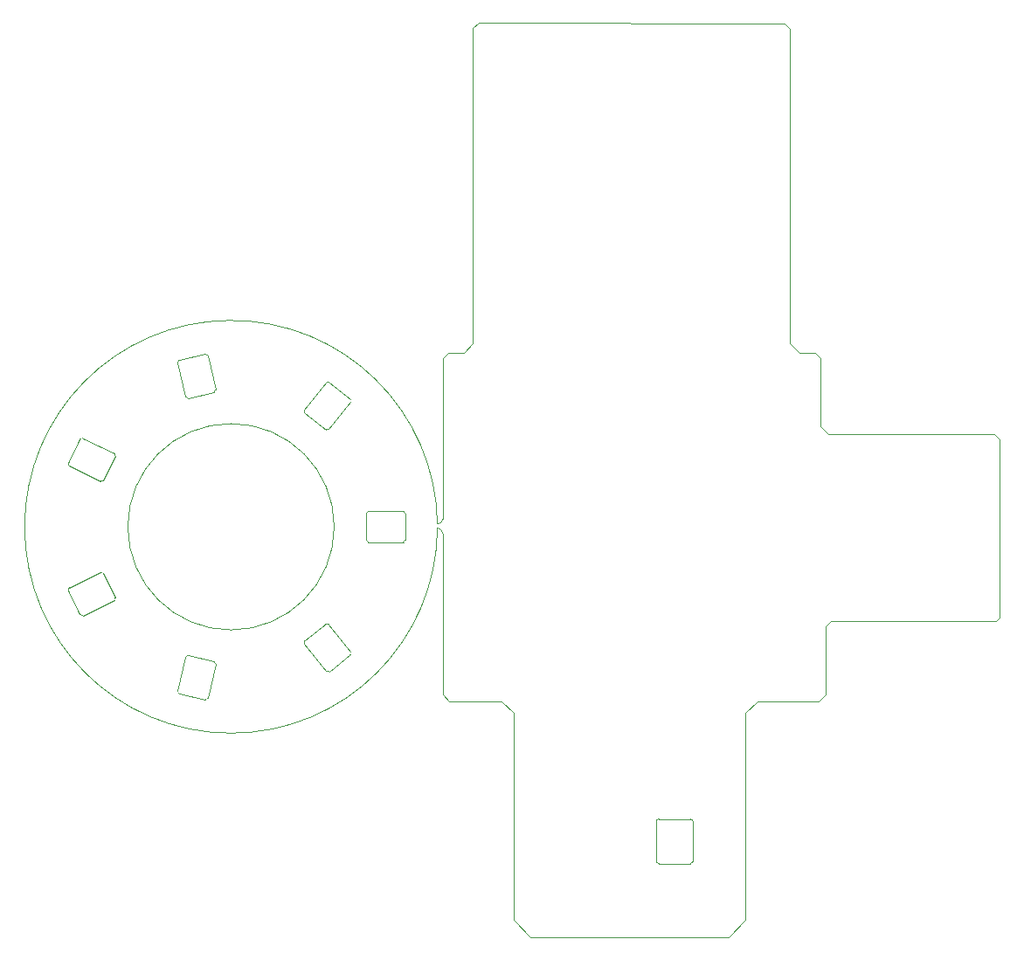
<source format=gbr>
%TF.GenerationSoftware,KiCad,Pcbnew,9.0.1*%
%TF.CreationDate,2025-06-15T22:50:49-06:00*%
%TF.ProjectId,AuraCTRL PCB,41757261-4354-4524-9c20-5043422e6b69,rev?*%
%TF.SameCoordinates,Original*%
%TF.FileFunction,Profile,NP*%
%FSLAX46Y46*%
G04 Gerber Fmt 4.6, Leading zero omitted, Abs format (unit mm)*
G04 Created by KiCad (PCBNEW 9.0.1) date 2025-06-15 22:50:49*
%MOMM*%
%LPD*%
G01*
G04 APERTURE LIST*
%TA.AperFunction,Profile*%
%ADD10C,0.050000*%
%TD*%
%TA.AperFunction,Profile*%
%ADD11C,0.120000*%
%TD*%
G04 APERTURE END LIST*
D10*
X104521000Y-110109000D02*
X105029000Y-110617000D01*
X105791000Y-117983000D02*
X121920000Y-117983000D01*
X101587431Y-78219431D02*
X102108000Y-78740000D01*
X68453000Y-126238635D02*
G75*
G02*
X67945634Y-126746000I-507366J1D01*
G01*
X67946853Y-127127435D02*
G75*
G02*
X68453201Y-127635000I-1219J-507566D01*
G01*
X67946853Y-127127582D02*
G75*
G02*
X67945634Y-126745923I-20001219J126970D01*
G01*
X57945634Y-127000574D02*
G75*
G02*
X37945634Y-127000574I-10000000J0D01*
G01*
X37945634Y-127000574D02*
G75*
G02*
X57945634Y-127000574I10000000J0D01*
G01*
X68453000Y-143256000D02*
X68453000Y-127635000D01*
X89408000Y-159639000D02*
G75*
G02*
X89154000Y-159385000I0J254000D01*
G01*
X71374000Y-78613000D02*
X71374000Y-109220000D01*
X89154000Y-155575000D02*
G75*
G02*
X89408000Y-155321000I254000J0D01*
G01*
X97790000Y-165100000D02*
X96139000Y-166751000D01*
X106045000Y-136144000D02*
X105537000Y-136652000D01*
X89408000Y-155321000D02*
X92456000Y-155321000D01*
X70485000Y-110109000D02*
X68961000Y-110109000D01*
X122428000Y-118491000D02*
X122428000Y-135763000D01*
X68961000Y-110109000D02*
X68453000Y-110617000D01*
X101587255Y-78219431D02*
X71987396Y-78166803D01*
X98933000Y-143891000D02*
X97790000Y-145034000D01*
X122047000Y-136144000D02*
X106045000Y-136144000D01*
X105537000Y-143256000D02*
X104902000Y-143891000D01*
X68453000Y-143256000D02*
X69088000Y-143891000D01*
X105537000Y-136652000D02*
X105537000Y-143256000D01*
X97790000Y-145034000D02*
X97790000Y-165100000D01*
X104902000Y-143891000D02*
X98933000Y-143891000D01*
X122428000Y-135763000D02*
X122047000Y-136144000D01*
X102997000Y-110109000D02*
X104521000Y-110109000D01*
X92710000Y-155575000D02*
X92710000Y-159385000D01*
X102108000Y-109220000D02*
X102997000Y-110109000D01*
X71987396Y-78166803D02*
X71374000Y-78613000D01*
X102108000Y-78740000D02*
X102108000Y-109220000D01*
X89154000Y-155575000D02*
X89154000Y-159385000D01*
X75311000Y-165100000D02*
X76962000Y-166751000D01*
X96139000Y-166751000D02*
X76962000Y-166751000D01*
X68453000Y-110617000D02*
X68453000Y-126238600D01*
X89408000Y-159639000D02*
X92456000Y-159639000D01*
X71374000Y-109220000D02*
X70485000Y-110109000D01*
X75311000Y-145034000D02*
X75311000Y-165100000D01*
X74168000Y-143891000D02*
X75311000Y-145034000D01*
X92456000Y-155321000D02*
G75*
G02*
X92710000Y-155575000I0J-254000D01*
G01*
X121920000Y-117983000D02*
X122428000Y-118491000D01*
X92710000Y-159385000D02*
G75*
G02*
X92456000Y-159639000I-254000J0D01*
G01*
X69088000Y-143891000D02*
X74168000Y-143891000D01*
X105029000Y-110617000D02*
X105029000Y-117221000D01*
X105029000Y-117221000D02*
X105791000Y-117983000D01*
D11*
%TO.C,D1*%
X43765697Y-114529328D02*
X46300511Y-113950780D01*
X46450992Y-113711290D02*
X45694429Y-110396534D01*
X42769644Y-111064090D02*
X43526207Y-114378846D01*
X45454939Y-110246052D02*
X42920125Y-110824600D01*
X43765697Y-114529328D02*
G75*
G02*
X43526206Y-114378846I-44504J194987D01*
G01*
X46450992Y-113711290D02*
G75*
G02*
X46300511Y-113950781I-194987J-44504D01*
G01*
X42769644Y-111064090D02*
G75*
G02*
X42920125Y-110824600I194986J44504D01*
G01*
X45454939Y-110246052D02*
G75*
G02*
X45694430Y-110396534I44505J-194986D01*
G01*
X35589046Y-122492906D02*
X36717173Y-120150401D01*
X32258798Y-121111078D02*
X35322075Y-122586319D01*
X36623760Y-119883428D02*
X33560483Y-118408187D01*
X33293512Y-118501600D02*
X32165385Y-120844105D01*
X35589046Y-122492906D02*
G75*
G02*
X35322075Y-122586319I-180192J86780D01*
G01*
X32258798Y-121111078D02*
G75*
G02*
X32165384Y-120844104I86780J180194D01*
G01*
X36623760Y-119883428D02*
G75*
G02*
X36717173Y-120150401I-86783J-180194D01*
G01*
X33293512Y-118501600D02*
G75*
G02*
X33560484Y-118408186I180193J-86779D01*
G01*
X57403752Y-117546288D02*
X59523597Y-114888045D01*
X55089914Y-115956900D02*
X57122687Y-117577959D01*
X59491926Y-114606982D02*
X57459153Y-112985923D01*
X57178088Y-113017594D02*
X55058243Y-115675837D01*
X57403752Y-117546288D02*
G75*
G02*
X57122687Y-117577959I-156368J124701D01*
G01*
X55089914Y-115956900D02*
G75*
G02*
X55058242Y-115675836I124698J156368D01*
G01*
X59491926Y-114606982D02*
G75*
G02*
X59523597Y-114888045I-124696J-156367D01*
G01*
X57178088Y-113017594D02*
G75*
G02*
X57459153Y-112985923I156368J-124696D01*
G01*
X57459241Y-141015192D02*
X59491987Y-139394097D01*
X59523652Y-139113034D02*
X57403760Y-136454828D01*
X55058284Y-138325320D02*
X57178176Y-140983526D01*
X57122695Y-136423162D02*
X55089949Y-138044257D01*
X57459241Y-141015192D02*
G75*
G02*
X57178176Y-140983526I-124700J156365D01*
G01*
X59523652Y-139113034D02*
G75*
G02*
X59491987Y-139394097I-156365J-124699D01*
G01*
X55058284Y-138325320D02*
G75*
G02*
X55089949Y-138044257I156367J124699D01*
G01*
X57122695Y-136423162D02*
G75*
G02*
X57403761Y-136454827I124700J-156367D01*
G01*
X33560474Y-135593008D02*
X36623776Y-134117819D01*
X36717194Y-133850849D02*
X35589108Y-131508324D01*
X32165418Y-133157065D02*
X33293504Y-135499590D01*
X35322138Y-131414906D02*
X32258836Y-132890095D01*
X33560474Y-135593008D02*
G75*
G02*
X33293504Y-135499590I-86776J180194D01*
G01*
X36717194Y-133850849D02*
G75*
G02*
X36623776Y-134117819I-180196J-86775D01*
G01*
X32165418Y-133157065D02*
G75*
G02*
X32258836Y-132890095I180194J86776D01*
G01*
X35322138Y-131414906D02*
G75*
G02*
X35589108Y-131508324I86776J-180194D01*
G01*
X61234324Y-128500574D02*
X64634324Y-128500574D01*
X64834324Y-128300574D02*
X64834324Y-125700574D01*
X61034324Y-125700574D02*
X61034324Y-128300574D01*
X64634324Y-125500574D02*
X61234324Y-125500574D01*
X61234324Y-128500574D02*
G75*
G02*
X61034324Y-128300574I1J200001D01*
G01*
X64834324Y-128300574D02*
G75*
G02*
X64634324Y-128500574I-200000J0D01*
G01*
X61034324Y-125700574D02*
G75*
G02*
X61234324Y-125500574I200001J-1D01*
G01*
X64634324Y-125500574D02*
G75*
G02*
X64834324Y-125700574I0J-200000D01*
G01*
X45694488Y-143604635D02*
X46451051Y-140289878D01*
X42920185Y-143176569D02*
X45454999Y-143755117D01*
X46300569Y-140050389D02*
X43765755Y-139471841D01*
X43526266Y-139622323D02*
X42769703Y-142937080D01*
X45694488Y-143604635D02*
G75*
G02*
X45454999Y-143755116I-194985J44504D01*
G01*
X42920185Y-143176569D02*
G75*
G02*
X42769703Y-142937080I44504J194986D01*
G01*
X46300569Y-140050389D02*
G75*
G02*
X46451050Y-140289878I-44505J-194986D01*
G01*
X43526266Y-139622323D02*
G75*
G02*
X43765755Y-139471842I194986J-44505D01*
G01*
%TD*%
M02*

</source>
